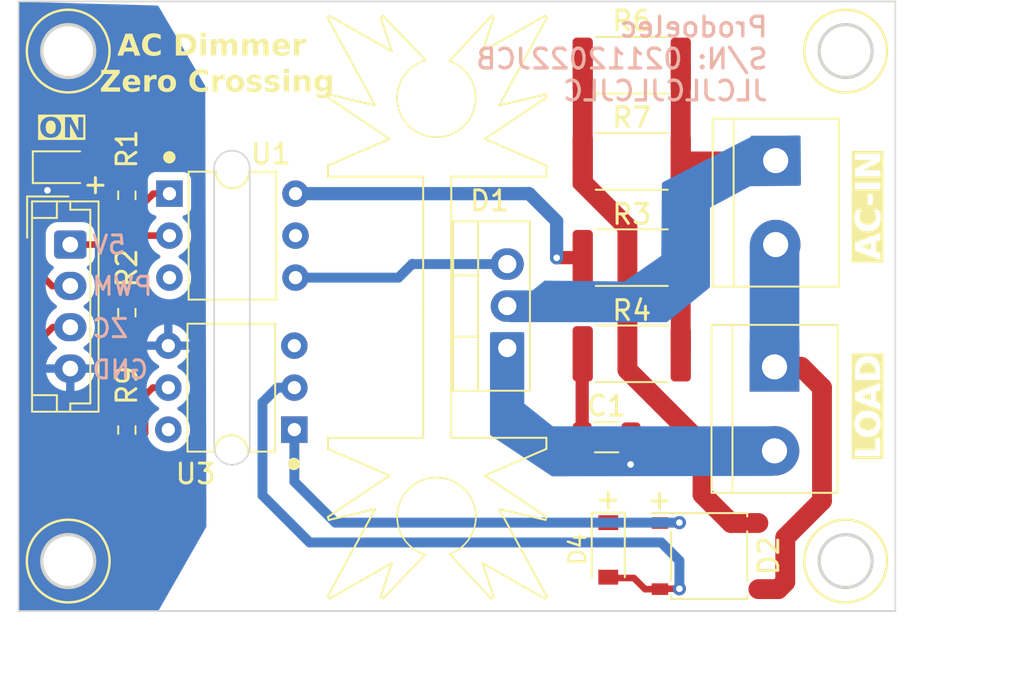
<source format=kicad_pcb>
(kicad_pcb (version 20221018) (generator pcbnew)
  (layers (0 "F.Cu" signal) (31 "B.Cu" signal) (34 "B.Paste" user) (35 "F.Paste" user) (36 "B.SilkS" user "B.Silkscreen") (37 "F.SilkS" user "F.Silkscreen") (38 "B.Mask" user) (39 "F.Mask" user) (44 "Edge.Cuts" user))
  (net 0 "")
  (net 1 "Net-(C1-Pad1)")
  (net 2 "/CARGA")
  (net 3 "/FASE")
  (net 4 "Net-(D1-G)")
  (net 5 "Net-(D2-+)")
  (net 6 "Net-(D2--)")
  (net 7 "Net-(D2-Pad4)")
  (net 8 "+5V")
  (net 9 "ZC")
  (net 10 "GND")
  (net 11 "/NEUTRO")
  (net 12 "Net-(LD1-A)")
  (net 13 "Net-(R2-Pad2)")
  (net 14 "Net-(R3-Pad1)")
  (net 19 "/PWM")
  (footprint "Package_DIP:DIP-6_W7.62mm" (layer "F.Cu") (at 147.295 85.09)
    (fp_text reference "U1" (at 6.125 -2.4) (layer "F.SilkS") (effects (font (size 1.2 1.2) (thickness 0.18))))
    (fp_text value "MOC3021M")
    (fp_line (start 1.16 -1.33) (end 1.16 6.41) (stroke (width 0.12)) (layer "F.SilkS"))
    (fp_line (start 1.16 6.41) (end 6.46 6.41) (stroke (width 0.12)) (layer "F.SilkS"))
    (fp_line (start 2.81 -1.33) (end 1.16 -1.33) (stroke (width 0.12)) (layer "F.SilkS"))
    (fp_line (start 6.46 -1.33) (end 4.81 -1.33) (stroke (width 0.12)) (layer "F.SilkS"))
    (fp_line (start 6.46 6.41) (end 6.46 -1.33) (stroke (width 0.12)) (layer "F.SilkS"))
    (fp_arc (start 4.81 -1.33) (mid 3.81 -0.33) (end 2.81 -1.33) (stroke (width 0.12)) (layer "F.SilkS"))
    (pad "1" thru_hole rect (at 0 0) (size 1.6 1.6) (drill 0.8) (layers "*.Cu" "*.Mask") (net 19 "/PWM"))
    (pad "2" thru_hole oval (at 0 2.54) (size 1.6 1.6) (drill 0.8) (layers "*.Cu" "*.Mask") (net 13 "Net-(R2-Pad2)"))
    (pad "3" thru_hole oval (at 0 5.08) (size 1.6 1.6) (drill 0.8) (layers "*.Cu" "*.Mask"))
    (pad "4" thru_hole oval (at 7.62 5.08) (size 1.6 1.6) (drill 0.8) (layers "*.Cu" "*.Mask") (net 4 "Net-(D1-G)"))
    (pad "5" thru_hole oval (at 7.62 2.54) (size 1.6 1.6) (drill 0.8) (layers "*.Cu" "*.Mask"))
    (pad "6" thru_hole oval (at 7.62 0) (size 1.6 1.6) (drill 0.8) (layers "*.Cu" "*.Mask") (net 14 "Net-(R3-Pad1)"))
  )
  (footprint "TerminalBlock:TerminalBlock_bornier-2_P5.08mm" (layer "F.Cu") (at 183.87 95.568 -90)
    (fp_text reference "J3" hide)
    (fp_text value "RESISTENCIA")
    (fp_line (start -2.54 -3.81) (end -2.54 3.81) (stroke (width 0.12)) (layer "F.SilkS"))
    (fp_line (start -2.54 3.81) (end 7.62 3.81) (stroke (width 0.12)) (layer "F.SilkS"))
    (fp_line (start 7.62 -3.81) (end -2.54 -3.81) (stroke (width 0.12)) (layer "F.SilkS"))
    (fp_line (start 7.62 2.54) (end -2.54 2.54) (stroke (width 0.12)) (layer "F.SilkS"))
    (fp_line (start 7.62 3.81) (end 7.62 -3.81) (stroke (width 0.12)) (layer "F.SilkS"))
    (pad "1" thru_hole rect (at 0 0 270) (size 3 3) (drill 1.52) (layers "*.Cu" "*.Mask") (net 11 "/NEUTRO"))
    (pad "2" thru_hole circle (at 5.08 0 270) (size 3 3) (drill 1.52) (layers "*.Cu" "*.Mask") (net 2 "/CARGA"))
  )
  (footprint "Resistor_SMD:R_2512_6332Metric" (layer "F.Cu") (at 175.24 88.96)
    (fp_text reference "R3" (at 0 -2.62) (layer "F.SilkS") (effects (font (size 1.2 1.2) (thickness 0.18))))
    (fp_text value "1K")
    (fp_line (start -2.177064 -1.71) (end 2.177064 -1.71) (stroke (width 0.12)) (layer "F.SilkS"))
    (fp_line (start -2.177064 1.71) (end 2.177064 1.71) (stroke (width 0.12)) (layer "F.SilkS"))
    (pad "1" smd roundrect (at -2.9625 0) (size 1.225 3.35) (layers "F.Cu" "F.Paste" "F.Mask") (roundrect_rratio 0.204082) (net 14 "Net-(R3-Pad1)"))
    (pad "2" smd roundrect (at 2.9625 0) (size 1.225 3.35) (layers "F.Cu" "F.Paste" "F.Mask") (roundrect_rratio 0.204082) (net 3 "/FASE"))
  )
  (footprint "LED_SMD:LED_0805_2012Metric_Pad1.15x1.40mm_HandSolder" (layer "F.Cu") (at 140.895 83.49)
    (fp_text reference "LD1" hide)
    (fp_text value "ON")
    (fp_line (start -1.86 -0.96) (end -1.86 0.96) (stroke (width 0.12)) (layer "F.SilkS"))
    (fp_line (start -1.86 0.96) (end 1 0.96) (stroke (width 0.12)) (layer "F.SilkS"))
    (fp_line (start 1 -0.96) (end -1.86 -0.96) (stroke (width 0.12)) (layer "F.SilkS"))
    (pad "1" smd roundrect (at -1.025 0) (size 1.15 1.4) (layers "F.Cu" "F.Paste" "F.Mask") (roundrect_rratio 0.217391) (net 10 "GND"))
    (pad "2" smd roundrect (at 1.025 0) (size 1.15 1.4) (layers "F.Cu" "F.Paste" "F.Mask") (roundrect_rratio 0.217391) (net 12 "Net-(LD1-A)"))
  )
  (footprint "Resistor_SMD:R_0603_1608Metric" (layer "F.Cu") (at 144.72 92.29 90)
    (fp_text reference "R2" (at 2.7 0 90) (layer "F.SilkS") (effects (font (size 1.2 1.2) (thickness 0.18))))
    (fp_text value "220")
    (fp_line (start -0.237258 -0.5225) (end 0.237258 -0.5225) (stroke (width 0.12)) (layer "F.SilkS"))
    (fp_line (start -0.237258 0.5225) (end 0.237258 0.5225) (stroke (width 0.12)) (layer "F.SilkS"))
    (pad "1" smd roundrect (at -0.825 0 90) (size 0.8 0.95) (layers "F.Cu" "F.Paste" "F.Mask") (net 10 "GND"))
    (pad "2" smd roundrect (at 0.825 0 90) (size 0.8 0.95) (layers "F.Cu" "F.Paste" "F.Mask") (net 13 "Net-(R2-Pad2)"))
  )
  (footprint "Resistor_SMD:R_0603_1608Metric" (layer "F.Cu") (at 144.72 85.19 90)
    (fp_text reference "R1" (at 2.8 0 90) (layer "F.SilkS") (effects (font (size 1.2 1.2) (thickness 0.18))))
    (fp_text value "1K")
    (fp_line (start -0.237258 -0.5225) (end 0.237258 -0.5225) (stroke (width 0.12)) (layer "F.SilkS"))
    (fp_line (start -0.237258 0.5225) (end 0.237258 0.5225) (stroke (width 0.12)) (layer "F.SilkS"))
    (pad "1" smd roundrect (at -0.825 0 90) (size 0.8 0.95) (layers "F.Cu" "F.Paste" "F.Mask") (net 19 "/PWM"))
    (pad "2" smd roundrect (at 0.825 0 90) (size 0.8 0.95) (layers "F.Cu" "F.Paste" "F.Mask") (net 12 "Net-(LD1-A)"))
  )
  (footprint "Package_TO_SOT_THT:TO-220-3_Vertical" (layer "F.Cu") (at 167.715 94.43 90)
    (fp_text reference "D1" (at 8.915 -1.075) (layer "F.SilkS") (effects (font (size 1.2 1.2) (thickness 0.18))))
    (fp_text value "BTB10-800CWRG")
    (fp_line (start -2.58 -3.27) (end -2.58 1.371) (stroke (width 0.12)) (layer "F.SilkS"))
    (fp_line (start -2.58 -3.27) (end 7.66 -3.27) (stroke (width 0.12)) (layer "F.SilkS"))
    (fp_line (start -2.58 -1.76) (end 7.66 -1.76) (stroke (width 0.12)) (layer "F.SilkS"))
    (fp_line (start -2.58 1.371) (end 7.66 1.371) (stroke (width 0.12)) (layer "F.SilkS"))
    (fp_line (start 0.69 -3.27) (end 0.69 -1.76) (stroke (width 0.12)) (layer "F.SilkS"))
    (fp_line (start 4.391 -3.27) (end 4.391 -1.76) (stroke (width 0.12)) (layer "F.SilkS"))
    (fp_line (start 7.66 -3.27) (end 7.66 1.371) (stroke (width 0.12)) (layer "F.SilkS"))
    (pad "1" thru_hole rect (at 0 0 90) (size 1.905 2) (drill 1.1) (layers "*.Cu" "*.Mask") (net 2 "/CARGA"))
    (pad "2" thru_hole oval (at 2.54 0 90) (size 1.905 2) (drill 1.1) (layers "*.Cu" "*.Mask") (net 3 "/FASE"))
    (pad "3" thru_hole oval (at 5.08 0 90) (size 1.905 2) (drill 1.1) (layers "*.Cu" "*.Mask") (net 4 "Net-(D1-G)"))
  )
  (footprint "Connector_JST:JST_EH_B4B-EH-A_1x04_P2.50mm_Vertical" (layer "F.Cu") (at 141.3 88.17 -90)
    (fp_text reference "J1" hide)
    (fp_text value "Conn_01x04")
    (fp_line (start -2.91 0.11) (end -2.91 2.61) (stroke (width 0.12)) (layer "F.SilkS"))
    (fp_line (start -2.91 2.61) (end -0.41 2.61) (stroke (width 0.12)) (layer "F.SilkS"))
    (fp_line (start -2.61 -1.71) (end -2.61 2.31) (stroke (width 0.12)) (layer "F.SilkS"))
    (fp_line (start -2.61 0) (end -2.11 0) (stroke (width 0.12)) (layer "F.SilkS"))
    (fp_line (start -2.61 0.81) (end -1.61 0.81) (stroke (width 0.12)) (layer "F.SilkS"))
    (fp_line (start -2.61 2.31) (end 10.11 2.31) (stroke (width 0.12)) (layer "F.SilkS"))
    (fp_line (start -2.11 -1.21) (end 9.61 -1.21) (stroke (width 0.12)) (layer "F.SilkS"))
    (fp_line (start -2.11 0) (end -2.11 -1.21) (stroke (width 0.12)) (layer "F.SilkS"))
    (fp_line (start -1.61 0.81) (end -1.61 2.31) (stroke (width 0.12)) (layer "F.SilkS"))
    (fp_line (start 9.11 0.81) (end 9.11 2.31) (stroke (width 0.12)) (layer "F.SilkS"))
    (fp_line (start 9.61 -1.21) (end 9.61 0) (stroke (width 0.12)) (layer "F.SilkS"))
    (fp_line (start 9.61 0) (end 10.11 0) (stroke (width 0.12)) (layer "F.SilkS"))
    (fp_line (start 10.11 -1.71) (end -2.61 -1.71) (stroke (width 0.12)) (layer "F.SilkS"))
    (fp_line (start 10.11 0.81) (end 9.11 0.81) (stroke (width 0.12)) (layer "F.SilkS"))
    (fp_line (start 10.11 2.31) (end 10.11 -1.71) (stroke (width 0.12)) (layer "F.SilkS"))
    (pad "1" thru_hole roundrect (at 0 0 270) (size 1.7 1.95) (drill 0.95) (layers "*.Cu" "*.Mask") (roundrect_rratio 0.147059) (net 8 "+5V"))
    (pad "2" thru_hole oval (at 2.5 0 270) (size 1.7 1.95) (drill 0.95) (layers "*.Cu" "*.Mask") (net 19 "/PWM"))
    (pad "3" thru_hole oval (at 5 0 270) (size 1.7 1.95) (drill 0.95) (layers "*.Cu" "*.Mask") (net 9 "ZC"))
    (pad "4" thru_hole oval (at 7.5 0 270) (size 1.7 1.95) (drill 0.95) (layers "*.Cu" "*.Mask") (net 10 "GND"))
  )
  (footprint "Diode_SMD:Diode_Bridge_Diotec_ABS" (layer "F.Cu") (at 179.92 107.014)
    (fp_text reference "D2" (at 3.6 -0.024 -90) (layer "F.SilkS") (effects (font (size 1.2 1.2) (thickness 0.18))))
    (fp_text value "ABS8")
    (fp_line (start -2.3 1.5) (end -2.3 -1.5) (stroke (width 0.12)) (layer "F.SilkS"))
    (fp_line (start -2.3 2.6) (end -2.3 2.4) (stroke (width 0.12)) (layer "F.SilkS"))
    (fp_line (start 2.3 -2.6) (end -3.5 -2.6) (stroke (width 0.12)) (layer "F.SilkS"))
    (fp_line (start 2.3 -2.4) (end 2.3 -2.6) (stroke (width 0.12)) (layer "F.SilkS"))
    (fp_line (start 2.3 -1.5) (end 2.3 1.5) (stroke (width 0.12)) (layer "F.SilkS"))
    (fp_line (start 2.3 2.4) (end 2.3 2.6) (stroke (width 0.12)) (layer "F.SilkS"))
    (fp_line (start 2.3 2.6) (end -2.3 2.6) (stroke (width 0.12)) (layer "F.SilkS"))
    (pad "1" smd rect (at -2.975 -2) (size 1 0.7) (layers "F.Cu" "F.Paste" "F.Mask") (net 5 "Net-(D2-+)"))
    (pad "2" smd rect (at -2.975 2) (size 1 0.7) (layers "F.Cu" "F.Paste" "F.Mask") (net 6 "Net-(D2--)"))
    (pad "3" smd rect (at 2.975 2) (size 1 0.7) (layers "F.Cu" "F.Paste" "F.Mask") (net 11 "/NEUTRO"))
    (pad "4" smd rect (at 2.975 -2) (size 1 0.7) (layers "F.Cu" "F.Paste" "F.Mask") (net 7 "Net-(D2-Pad4)"))
  )
  (footprint "Heatsink:Heatsink_Fischer_SK104-STC-STIC_35x13mm" (layer "F.Cu") (at 163.48 91.96 90)
    (fp_text reference "HS1" hide)
    (fp_text value "Heatsink")
    (fp_line (start -17.64 3.27) (end -14.94 0.76) (stroke (width 0.12)) (layer "F.SilkS"))
    (fp_line (start -17.63 -6.51) (end -15.48 -2.74) (stroke (width 0.12)) (layer "F.SilkS"))
    (fp_line (start -17.63 6.51) (end -15.48 2.74) (stroke (width 0.12)) (layer "F.SilkS"))
    (fp_line (start -17.62 -3.27) (end -14.96 -0.72) (stroke (width 0.12)) (layer "F.SilkS"))
    (fp_line (start -17.53 -3.42) (end -17.62 -3.27) (stroke (width 0.12)) (layer "F.SilkS"))
    (fp_line (start -17.53 3.42) (end -17.62 3.27) (stroke (width 0.12)) (layer "F.SilkS"))
    (fp_line (start -17.51 -6.63) (end -17.63 -6.51) (stroke (width 0.12)) (layer "F.SilkS"))
    (fp_line (start -17.51 6.63) (end -17.63 6.51) (stroke (width 0.12)) (layer "F.SilkS"))
    (fp_line (start -15.48 -2.74) (end -17.53 -3.42) (stroke (width 0.12)) (layer "F.SilkS"))
    (fp_line (start -15.48 2.74) (end -17.53 3.42) (stroke (width 0.12)) (layer "F.SilkS"))
    (fp_line (start -12.87 -6.55) (end -12.21 -3.75) (stroke (width 0.12)) (layer "F.SilkS"))
    (fp_line (start -12.87 6.55) (end -12.21 3.75) (stroke (width 0.12)) (layer "F.SilkS"))
    (fp_line (start -12.69 -6.61) (end -12.87 -6.55) (stroke (width 0.12)) (layer "F.SilkS"))
    (fp_line (start -12.69 6.61) (end -12.87 6.55) (stroke (width 0.12)) (layer "F.SilkS"))
    (fp_line (start -12.21 -3.75) (end -17.51 -6.63) (stroke (width 0.12)) (layer "F.SilkS"))
    (fp_line (start -12.21 3.75) (end -17.51 6.63) (stroke (width 0.12)) (layer "F.SilkS"))
    (fp_line (start -10.19 -2.89) (end -12.69 -6.61) (stroke (width 0.12)) (layer "F.SilkS"))
    (fp_line (start -10.19 2.89) (end -12.69 6.61) (stroke (width 0.12)) (layer "F.SilkS"))
    (fp_line (start -8.57 -6.6) (end -10.18 -2.89) (stroke (width 0.12)) (layer "F.SilkS"))
    (fp_line (start -8.57 6.6) (end -10.18 2.89) (stroke (width 0.12)) (layer "F.SilkS"))
    (fp_line (start -7.9 -6.6) (end -8.57 -6.6) (stroke (width 0.12)) (layer "F.SilkS"))
    (fp_line (start -7.9 -0.85) (end -7.9 -6.6) (stroke (width 0.12)) (layer "F.SilkS"))
    (fp_line (start -7.9 0.85) (end -7.9 6.6) (stroke (width 0.12)) (layer "F.SilkS"))
    (fp_line (start -7.9 6.6) (end -8.57 6.6) (stroke (width 0.12)) (layer "F.SilkS"))
    (fp_line (start 0 -0.85) (end -7.9 -0.85) (stroke (width 0.12)) (layer "F.SilkS"))
    (fp_line (start 0 -0.85) (end 7.9 -0.85) (stroke (width 0.12)) (layer "F.SilkS"))
    (fp_line (start 0 0.85) (end -7.9 0.85) (stroke (width 0.12)) (layer "F.SilkS"))
    (fp_line (start 0 0.85) (end 7.9 0.85) (stroke (width 0.12)) (layer "F.SilkS"))
    (fp_line (start 7.9 -6.6) (end 8.57 -6.6) (stroke (width 0.12)) (layer "F.SilkS"))
    (fp_line (start 7.9 -0.85) (end 7.9 -6.6) (stroke (width 0.12)) (layer "F.SilkS"))
    (fp_line (start 7.9 0.85) (end 7.9 6.6) (stroke (width 0.12)) (layer "F.SilkS"))
    (fp_line (start 7.9 6.6) (end 8.57 6.6) (stroke (width 0.12)) (layer "F.SilkS"))
    (fp_line (start 8.57 -6.6) (end 10.18 -2.89) (stroke (width 0.12)) (layer "F.SilkS"))
    (fp_line (start 8.57 6.6) (end 10.18 2.89) (stroke (width 0.12)) (layer "F.SilkS"))
    (fp_line (start 10.19 -2.89) (end 12.69 -6.61) (stroke (width 0.12)) (layer "F.SilkS"))
    (fp_line (start 10.19 2.89) (end 12.69 6.61) (stroke (width 0.12)) (layer "F.SilkS"))
    (fp_line (start 12.21 -3.75) (end 17.51 -6.63) (stroke (width 0.12)) (layer "F.SilkS"))
    (fp_line (start 12.21 3.75) (end 17.51 6.63) (stroke (width 0.12)) (layer "F.SilkS"))
    (fp_line (start 12.69 -6.61) (end 12.87 -6.55) (stroke (width 0.12)) (layer "F.SilkS"))
    (fp_line (start 12.69 6.61) (end 12.87 6.55) (stroke (width 0.12)) (layer "F.SilkS"))
    (fp_line (start 12.87 -6.55) (end 12.21 -3.75) (stroke (width 0.12)) (layer "F.SilkS"))
    (fp_line (start 12.87 6.55) (end 12.21 3.75) (stroke (width 0.12)) (layer "F.SilkS"))
    (fp_line (start 15.48 -2.74) (end 17.53 -3.42) (stroke (width 0.12)) (layer "F.SilkS"))
    (fp_line (start 15.48 2.74) (end 17.53 3.42) (stroke (width 0.12)) (layer "F.SilkS"))
    (fp_line (start 17.51 -6.63) (end 17.63 -6.51) (stroke (width 0.12)) (layer "F.SilkS"))
    (fp_line (start 17.51 6.63) (end 17.63 6.51) (stroke (width 0.12)) (layer "F.SilkS"))
    (fp_line (start 17.53 -3.42) (end 17.62 -3.27) (stroke (width 0.12)) (layer "F.SilkS"))
    (fp_line (start 17.53 3.42) (end 17.62 3.27) (stroke (width 0.12)) (layer "F.SilkS"))
    (fp_line (start 17.62 -3.27) (end 14.94644 -0.69148) (stroke (width 0.12)) (layer "F.SilkS"))
    (fp_line (start 17.62 3.27) (end 14.89644 0.74852) (stroke (width 0.12)) (layer "F.SilkS"))
    (fp_line (start 17.63 -6.51) (end 15.48 -2.74) (stroke (width 0.12)) (layer "F.SilkS"))
    (fp_line (start 17.63 6.51) (end 15.48 2.74) (stroke (width 0.12)) (layer "F.SilkS"))
    (fp_arc (start -14.96 -0.72) (mid -10.304758 -0.105277) (end -14.92 0.76) (stroke (width 0.1)) (layer "F.SilkS"))
    (fp_arc (start 14.89644 0.74852) (mid 10.28671 -0.132404) (end 14.94644 -0.69148) (stroke (width 0.1)) (layer "F.SilkS"))
  )
  (footprint "Package_DIP:DIP-6_W7.62mm" (layer "F.Cu") (at 154.845 99.365 180)
    (fp_text reference "U3" (at 5.975 -2.675) (layer "F.SilkS") (effects (font (size 1.2 1.2) (thickness 0.18))))
    (fp_text value "4N25")
    (fp_line (start 1.16 -1.33) (end 1.16 6.41) (stroke (width 0.12)) (layer "F.SilkS"))
    (fp_line (start 1.16 6.41) (end 6.46 6.41) (stroke (width 0.12)) (layer "F.SilkS"))
    (fp_line (start 2.81 -1.33) (end 1.16 -1.33) (stroke (width 0.12)) (layer "F.SilkS"))
    (fp_line (start 6.46 -1.33) (end 4.81 -1.33) (stroke (width 0.12)) (layer "F.SilkS"))
    (fp_line (start 6.46 6.41) (end 6.46 -1.33) (stroke (width 0.12)) (layer "F.SilkS"))
    (fp_arc (start 4.81 -1.33) (mid 3.81 -0.33) (end 2.81 -1.33) (stroke (width 0.12)) (layer "F.SilkS"))
    (pad "1" thru_hole rect (at 0 0 180) (size 1.6 1.6) (drill 0.8) (layers "*.Cu" "*.Mask") (net 5 "Net-(D2-+)"))
    (pad "2" thru_hole oval (at 0 2.54 180) (size 1.6 1.6) (drill 0.8) (layers "*.Cu" "*.Mask") (net 6 "Net-(D2--)"))
    (pad "3" thru_hole oval (at 0 5.08 180) (size 1.6 1.6) (drill 0.8) (layers "*.Cu" "*.Mask"))
    (pad "4" thru_hole oval (at 7.62 5.08 180) (size 1.6 1.6) (drill 0.8) (layers "*.Cu" "*.Mask") (net 10 "GND"))
    (pad "5" thru_hole oval (at 7.62 2.54 180) (size 1.6 1.6) (drill 0.8) (layers "*.Cu" "*.Mask") (net 9 "ZC"))
    (pad "6" thru_hole oval (at 7.62 0 180) (size 1.6 1.6) (drill 0.8) (layers "*.Cu" "*.Mask"))
  )
  (footprint "Resistor_SMD:R_0603_1608Metric" (layer "F.Cu") (at 144.72 99.39 90)
    (fp_text reference "R9" (at 2.7 0 90) (layer "F.SilkS") (effects (font (size 1.2 1.2) (thickness 0.18))))
    (fp_text value "10K")
    (fp_line (start -0.237258 -0.5225) (end 0.237258 -0.5225) (stroke (width 0.12)) (layer "F.SilkS"))
    (fp_line (start -0.237258 0.5225) (end 0.237258 0.5225) (stroke (width 0.12)) (layer "F.SilkS"))
    (pad "1" smd roundrect (at -0.825 0 90) (size 0.8 0.95) (layers "F.Cu" "F.Paste" "F.Mask") (net 9 "ZC"))
    (pad "2" smd roundrect (at 0.825 0 90) (size 0.8 0.95) (layers "F.Cu" "F.Paste" "F.Mask") (net 8 "+5V"))
  )
  (footprint "Capacitor_SMD:C_1206_3216Metric" (layer "F.Cu") (at 173.72 99.826)
    (fp_text reference "C1" (at 0 -1.896) (layer "F.SilkS") (effects (font (size 1.2 1.2) (thickness 0.18))))
    (fp_text value "10nF/400V")
    (fp_line (start -0.711252 -0.91) (end 0.711252 -0.91) (stroke (width 0.12)) (layer "F.SilkS"))
    (fp_line (start -0.711252 0.91) (end 0.711252 0.91) (stroke (width 0.12)) (layer "F.SilkS"))
    (pad "1" smd roundrect (at -1.475 0) (size 1.15 1.8) (layers "F.Cu" "F.Paste" "F.Mask") (roundrect_rratio 0.217391) (net 1 "Net-(C1-Pad1)"))
    (pad "2" smd roundrect (at 1.475 0) (size 1.15 1.8) (layers "F.Cu" "F.Paste" "F.Mask") (roundrect_rratio 0.217391) (net 2 "/CARGA"))
  )
  (footprint "Resistor_SMD:R_2512_6332Metric" (layer "F.Cu") (at 175.24 94.778)
    (fp_text reference "R4" (at 0 -2.62) (layer "F.SilkS") (effects (font (size 1.2 1.2) (thickness 0.18))))
    (fp_text value "39 *")
    (fp_line (start -2.177064 -1.71) (end 2.177064 -1.71) (stroke (width 0.12)) (layer "F.SilkS"))
    (fp_line (start -2.177064 1.71) (end 2.177064 1.71) (stroke (width 0.12)) (layer "F.SilkS"))
    (pad "1" smd roundrect (at -2.9625 0) (size 1.225 3.35) (layers "F.Cu" "F.Paste" "F.Mask") (roundrect_rratio 0.204082) (net 1 "Net-(C1-Pad1)"))
    (pad "2" smd roundrect (at 2.9625 0) (size 1.225 3.35) (layers "F.Cu" "F.Paste" "F.Mask") (roundrect_rratio 0.204082) (net 3 "/FASE"))
  )
  (footprint "TerminalBlock:TerminalBlock_bornier-2_P5.08mm" (layer "F.Cu") (at 183.94 83.09 -90)
    (fp_text reference "J2" hide)
    (fp_text value "IN_AC")
    (fp_line (start -2.54 -3.81) (end -2.54 3.81) (stroke (width 0.12)) (layer "F.SilkS"))
    (fp_line (start -2.54 3.81) (end 7.62 3.81) (stroke (width 0.12)) (layer "F.SilkS"))
    (fp_line (start 7.62 -3.81) (end -2.54 -3.81) (stroke (width 0.12)) (layer "F.SilkS"))
    (fp_line (start 7.62 2.54) (end -2.54 2.54) (stroke (width 0.12)) (layer "F.SilkS"))
    (fp_line (start 7.62 3.81) (end 7.62 -3.81) (stroke (width 0.12)) (layer "F.SilkS"))
    (pad "1" thru_hole rect (at 0 0 270) (size 3 3) (drill 1.52) (layers "*.Cu" "*.Mask") (net 3 "/FASE"))
    (pad "2" thru_hole circle (at 5.08 0 270) (size 3 3) (drill 1.52) (layers "*.Cu" "*.Mask") (net 11 "/NEUTRO"))
  )
  (footprint "Resistor_SMD:R_2512_6332Metric" (layer "F.Cu") (at 175.24 77.324)
    (fp_text reference "R6" (at 0 -2.684 180) (layer "F.SilkS") (effects (font (size 1.2 1.2) (thickness 0.18))))
    (fp_text value "120K")
    (fp_line (start -2.177064 -1.71) (end 2.177064 -1.71) (stroke (width 0.12)) (layer "F.SilkS"))
    (fp_line (start -2.177064 1.71) (end 2.177064 1.71) (stroke (width 0.12)) (layer "F.SilkS"))
    (pad "1" smd roundrect (at -2.9625 0) (size 1.225 3.35) (layers "F.Cu" "F.Paste" "F.Mask") (roundrect_rratio 0.204082) (net 7 "Net-(D2-Pad4)"))
    (pad "2" smd roundrect (at 2.9625 0) (size 1.225 3.35) (layers "F.Cu" "F.Paste" "F.Mask") (roundrect_rratio 0.204082) (net 3 "/FASE"))
  )
  (footprint "Resistor_SMD:R_2512_6332Metric" (layer "F.Cu") (at 175.24 83.142)
    (fp_text reference "R7" (at 0 -2.652) (layer "F.SilkS") (effects (font (size 1.2 1.2) (thickness 0.18))))
    (fp_text value "120K")
    (fp_line (start -2.177064 -1.71) (end 2.177064 -1.71) (stroke (width 0.12)) (layer "F.SilkS"))
    (fp_line (start -2.177064 1.71) (end 2.177064 1.71) (stroke (width 0.12)) (layer "F.SilkS"))
    (pad "1" smd roundrect (at -2.9625 0) (size 1.225 3.35) (layers "F.Cu" "F.Paste" "F.Mask") (roundrect_rratio 0.204082) (net 7 "Net-(D2-Pad4)"))
    (pad "2" smd roundrect (at 2.9625 0) (size 1.225 3.35) (layers "F.Cu" "F.Paste" "F.Mask") (roundrect_rratio 0.204082) (net 3 "/FASE"))
  )
  (footprint "Diode_SMD:D_SOD-123" (layer "F.Cu") (at 173.82 106.64 -90)
    (fp_text reference "D4" (at -0.05 1.85 -90) (layer "F.SilkS"))
    (fp_text value "MMSZ4684-TP")
    (fp_line (start -2.25 -1) (end -2.25 1) (stroke (width 0.12)) (layer "F.SilkS"))
    (fp_line (start -2.25 -1) (end 1.65 -1) (stroke (width 0.12)) (layer "F.SilkS"))
    (fp_line (start -2.25 1) (end 1.65 1) (stroke (width 0.12)) (layer "F.SilkS"))
    (pad "1" smd rect (at -1.65 0 270) (size 0.9 1.2) (layers "F.Cu" "F.Paste" "F.Mask") (net 5 "Net-(D2-+)"))
    (pad "2" smd rect (at 1.65 0 270) (size 0.9 1.2) (layers "F.Cu" "F.Paste" "F.Mask") (net 6 "Net-(D2--)"))
  )
  (gr_circle (center 147.29 82.89) (end 147.59 82.89) (stroke (width 0.15)) (fill solid) (layer "F.SilkS"))
  (gr_circle (center 154.82 101.44) (end 155.12 101.44) (stroke (width 0.15)) (fill solid) (layer "F.SilkS"))
  (gr_circle (center 141.175 107.316) (end 143.675 107.316) (stroke (width 0.15)) (fill none) (layer "F.SilkS"))
  (gr_circle (center 188.17 76.465) (end 190.67 76.465) (stroke (width 0.15)) (fill none) (layer "F.SilkS"))
  (gr_circle (center 188.17 107.316) (end 190.67 107.316) (stroke (width 0.15)) (fill none) (layer "F.SilkS"))
  (gr_circle (center 141.175 76.465) (end 143.675 76.465) (stroke (width 0.15)) (fill none) (layer "F.SilkS"))
  (gr_arc (start 150 83.565) (mid 151.075 82.490247) (end 152.15 83.565) (stroke (width 0.1)) (layer "Edge.Cuts"))
  (gr_line (start 150 100.415) (end 150 83.565) (stroke (width 0.1)) (layer "Edge.Cuts"))
  (gr_circle (center 188.17 76.465) (end 189.77 76.465) (stroke (width 0.2)) (fill none) (layer "Edge.Cuts"))
  (gr_circle (center 188.17 107.316) (end 189.77 107.316) (stroke (width 0.2)) (fill none) (layer "Edge.Cuts"))
  (gr_circle (center 141.175 76.465) (end 142.775 76.465) (stroke (width 0.2)) (fill none) (layer "Edge.Cuts"))
  (gr_circle (center 141.175 107.316) (end 142.775 107.316) (stroke (width 0.2)) (fill none) (layer "Edge.Cuts"))
  (gr_line (start 152.15 83.565) (end 152.15 100.415) (stroke (width 0.1)) (layer "Edge.Cuts"))
  (gr_rect (start 138.175 73.465) (end 191.175 110.34) (stroke (width 0.1)) (fill none) (layer "Edge.Cuts"))
  (gr_arc (start 152.15 100.415) (mid 151.075 101.49) (end 150 100.415) (stroke (width 0.1)) (layer "Edge.Cuts"))
  (gr_text "Prodoelec\nS/N: 02112022JCB\nJLCJLCJLCJLC\n" (at 183.57 76.94) (layer "B.SilkS") (effects (font (size 1.2 1.2) (thickness 0.2)) (justify left mirror)))
  (gr_text "ZC" (at 143.717619 93.24) (layer "B.SilkS") (effects (font (size 1.1 1.1) (thickness 0.18)) (justify mirror)))
  (gr_text "PWM" (at 144.450953 90.69) (layer "B.SilkS") (effects (font (size 1.1 1.1) (thickness 0.18)) (justify mirror)))
  (gr_text "GND" (at 144.32 95.74) (layer "B.SilkS") (effects (font (size 1.1 1.1) (thickness 0.18)) (justify mirror)))
  (gr_text "5V" (at 143.639048 88.19) (layer "B.SilkS") (effects (font (size 1.1 1.1) (thickness 0.18)) (justify mirror)))
  (gr_text "LOAD" (at 190.52 97.99 90) (layer "F.SilkS" knockout) (effects (font (size 1.5 1.5) (thickness 0.24) bold) (justify bottom)))
  (gr_text "AC Dimmer \nZero Crossing" (at 150.17 77.29) (layer "F.SilkS") (effects (font (size 1.3 1.3) (thickness 0.24) bold)))
  (gr_text "+" (at 176.92 103.59) (layer "F.SilkS") (effects (font (size 1.2 1.2) (thickness 0.18))))
  (gr_text "AC-IN" (at 190.52 85.79 90) (layer "F.SilkS" knockout) (effects (font (size 1.5 1.5) (thickness 0.24) bold) (justify bottom)))
  (gr_text "+" (at 173.82 103.54) (layer "F.SilkS") (effects (font (size 1.2 1.2) (thickness 0.18))))
  (gr_text "+" (at 142.82 84.49) (layer "F.SilkS") (effects (font (size 1.2 1.2) (thickness 0.18))))
  (gr_text "ON" (at 140.82 81.89) (layer "F.SilkS" knockout) (effects (font (size 1.2 1.2) (thickness 0.24) bold) (justify bottom)))
  (segment (start 172.245 99.826) (end 172.245 94.8105) (width 0.8) (layer "F.Cu") (net 1))
  (segment (start 172.245 94.8105) (end 172.2775 94.778) (width 0.8) (layer "F.Cu") (net 1))
  (segment (start 175.195 101.445) (end 175.17 101.47) (width 0.8) (layer "F.Cu") (net 2))
  (segment (start 175.195 99.826) (end 175.195 101.445) (width 0.8) (layer "F.Cu") (net 2))
  (via (at 175.17 101.47) (size 0.8) (drill 0.4) (layers "F.Cu" "B.Cu") (net 2))
  (segment (start 178.2025 88.96) (end 178.2025 83.142) (width 1.2) (layer "F.Cu") (net 3))
  (segment (start 178.2025 83.142) (end 183.888 83.142) (width 1.2) (layer "F.Cu") (net 3))
  (segment (start 178.2025 83.142) (end 178.2025 77.324) (width 1.2) (layer "F.Cu") (net 3))
  (segment (start 178.2025 94.778) (end 178.2025 88.96) (width 1.2) (layer "F.Cu") (net 3))
  (segment (start 183.888 83.142) (end 183.94 83.09) (width 1.2) (layer "F.Cu") (net 3))
  (segment (start 161.98 89.35) (end 167.715 89.35) (width 0.6) (layer "B.Cu") (net 4))
  (segment (start 161.14 90.17) (end 161.97 89.34) (width 0.6) (layer "B.Cu") (net 4))
  (segment (start 161.97 89.34) (end 161.98 89.35) (width 0.6) (layer "B.Cu") (net 4))
  (segment (start 154.915 90.17) (end 161.14 90.17) (width 0.6) (layer "B.Cu") (net 4))
  (segment (start 178.12 104.99) (end 176.969 104.99) (width 0.4) (layer "F.Cu") (net 5))
  (segment (start 173.82 104.99) (end 176.921 104.99) (width 0.4) (layer "F.Cu") (net 5))
  (segment (start 176.969 104.99) (end 176.945 105.014) (width 0.4) (layer "F.Cu") (net 5))
  (segment (start 176.921 104.99) (end 176.945 105.014) (width 0.4) (layer "F.Cu") (net 5))
  (via (at 178.12 104.99) (size 0.8) (drill 0.4) (layers "F.Cu" "B.Cu") (net 5))
  (segment (start 157.322 104.99) (end 154.845 102.513) (width 0.6) (layer "B.Cu") (net 5))
  (segment (start 178.12 104.99) (end 157.322 104.99) (width 0.6) (layer "B.Cu") (net 5))
  (segment (start 154.845 102.513) (end 154.845 99.365) (width 0.6) (layer "B.Cu") (net 5))
  (segment (start 175.37 108.34) (end 176.044 109.014) (width 0.4) (layer "F.Cu") (net 6))
  (segment (start 176.969 108.99) (end 176.945 109.014) (width 0.4) (layer "F.Cu") (net 6))
  (segment (start 176.044 109.014) (end 176.945 109.014) (width 0.4) (layer "F.Cu") (net 6))
  (segment (start 178.12 108.99) (end 176.969 108.99) (width 0.4) (layer "F.Cu") (net 6))
  (segment (start 173.87 108.34) (end 175.37 108.34) (width 0.4) (layer "F.Cu") (net 6))
  (segment (start 173.82 108.29) (end 173.87 108.34) (width 0.4) (layer "F.Cu") (net 6))
  (via (at 178.12 108.99) (size 0.8) (drill 0.4) (layers "F.Cu" "B.Cu") (net 6))
  (segment (start 178.12 107.29) (end 177.02 106.19) (width 0.6) (layer "B.Cu") (net 6))
  (segment (start 177.02 106.19) (end 155.77 106.19) (width 0.6) (layer "B.Cu") (net 6))
  (segment (start 153.8124 96.825) (end 154.845 96.825) (width 0.6) (layer "B.Cu") (net 6))
  (segment (start 152.92 103.34) (end 152.92 97.7174) (width 0.6) (layer "B.Cu") (net 6))
  (segment (start 152.92 97.7174) (end 153.8124 96.825) (width 0.6) (layer "B.Cu") (net 6))
  (segment (start 178.12 108.99) (end 178.12 107.29) (width 0.6) (layer "B.Cu") (net 6))
  (segment (start 155.77 106.19) (end 152.92 103.34) (width 0.6) (layer "B.Cu") (net 6))
  (segment (start 172.2775 77.324) (end 172.2775 83.142) (width 1.2) (layer "F.Cu") (net 7))
  (segment (start 174.98 95.75) (end 174.98 87.13) (width 1.2) (layer "F.Cu") (net 7))
  (segment (start 174.98 87.13) (end 172.2775 84.4275) (width 1.2) (layer "F.Cu") (net 7))
  (segment (start 182.895 105.014) (end 181.244 105.014) (width 1.2) (layer "F.Cu") (net 7))
  (segment (start 172.2775 84.4275) (end 172.2775 83.142) (width 1.2) (layer "F.Cu") (net 7))
  (segment (start 181.244 105.014) (end 179.52 103.29) (width 1.2) (layer "F.Cu") (net 7))
  (segment (start 179.52 100.29) (end 174.98 95.75) (width 1.2) (layer "F.Cu") (net 7))
  (segment (start 179.52 103.29) (end 179.52 100.29) (width 1.2) (layer "F.Cu") (net 7))
  (segment (start 144.72 96.73) (end 143.38 95.39) (width 0.4) (layer "F.Cu") (net 8))
  (segment (start 144.72 98.565) (end 144.72 96.73) (width 0.4) (layer "F.Cu") (net 8))
  (segment (start 143.38 88.61) (end 143.38 95.39) (width 0.4) (layer "F.Cu") (net 8))
  (segment (start 141.3 88.17) (end 142.94 88.17) (width 0.4) (layer "F.Cu") (net 8))
  (segment (start 142.94 88.17) (end 143.38 88.61) (width 0.4) (layer "F.Cu") (net 8))
  (segment (start 140.545 100.215) (end 144.72 100.215) (width 0.4) (layer "F.Cu") (net 9))
  (segment (start 145.82 99.59) (end 145.82 97.29) (width 0.4) (layer "F.Cu") (net 9))
  (segment (start 145.82 97.29) (end 146.285 96.825) (width 0.4) (layer "F.Cu") (net 9))
  (segment (start 145.195 100.215) (end 145.82 99.59) (width 0.4) (layer "F.Cu") (net 9))
  (segment (start 146.285 96.825) (end 147.225 96.825) (width 0.4) (layer "F.Cu") (net 9))
  (segment (start 139.52 93.89) (end 139.52 99.19) (width 0.4) (layer "F.Cu") (net 9))
  (segment (start 141.3 93.17) (end 140.24 93.17) (width 0.4) (layer "F.Cu") (net 9))
  (segment (start 140.24 93.17) (end 139.52 93.89) (width 0.4) (layer "F.Cu") (net 9))
  (segment (start 139.52 99.19) (end 140.545 100.215) (width 0.4) (layer "F.Cu") (net 9))
  (segment (start 144.72 100.215) (end 145.195 100.215) (width 0.4) (layer "F.Cu") (net 9))
  (segment (start 139.92 84.89) (end 139.92 83.54) (width 0.4) (layer "F.Cu") (net 10))
  (segment (start 139.92 83.54) (end 139.87 83.49) (width 0.4) (layer "F.Cu") (net 10))
  (segment (start 145.115 94.285) (end 144.72 93.89) (width 0.4) (layer "F.Cu") (net 10))
  (segment (start 147.225 94.285) (end 145.115 94.285) (width 0.4) (layer "F.Cu") (net 10))
  (segment (start 144.72 93.89) (end 144.72 93.115) (width 0.4) (layer "F.Cu") (net 10))
  (via (at 139.92 84.89) (size 0.8) (drill 0.4) (layers "F.Cu" "B.Cu") (net 10))
  (segment (start 185.488 95.568) (end 183.87 95.568) (width 1.2) (layer "F.Cu") (net 11))
  (segment (start 184.52 105.89) (end 186.74 103.67) (width 1.2) (layer "F.Cu") (net 11))
  (segment (start 186.74 103.67) (end 186.74 96.82) (width 1.2) (layer "F.Cu") (net 11))
  (segment (start 186.74 96.82) (end 185.488 95.568) (width 1.2) (layer "F.Cu") (net 11))
  (segment (start 184.096 109.014) (end 184.52 108.59) (width 1.2) (layer "F.Cu") (net 11))
  (segment (start 184.52 108.59) (end 184.52 105.89) (width 1.2) (layer "F.Cu") (net 11))
  (segment (start 182.895 109.014) (end 184.096 109.014) (width 1.2) (layer "F.Cu") (net 11))
  (segment (start 183.87 88.24) (end 183.94 88.17) (width 0.4) (layer "B.Cu") (net 11))
  (segment (start 183.87 95.568) (end 183.87 88.24) (width 3) (layer "B.Cu") (net 11))
  (segment (start 144.72 83.79) (end 144.45 83.52) (width 0.4) (layer "F.Cu") (net 12))
  (segment (start 144.72 84.365) (end 144.72 83.79) (width 0.4) (layer "F.Cu") (net 12))
  (segment (start 142.1075 83.52) (end 144.45 83.52) (width 0.4) (layer "F.Cu") (net 12))
  (segment (start 144.72 88.39) (end 144.72 91.095) (width 0.4) (layer "F.Cu") (net 13))
  (segment (start 147.295 87.63) (end 145.48 87.63) (width 0.4) (layer "F.Cu") (net 13))
  (segment (start 145.48 87.63) (end 144.72 88.39) (width 0.4) (layer "F.Cu") (net 13))
  (segment (start 170.71 88.96) (end 170.7 88.97) (width 0.8) (layer "F.Cu") (net 14))
  (segment (start 172.2775 88.96) (end 170.71 88.96) (width 0.8) (layer "F.Cu") (net 14))
  (via (at 170.7 88.97) (size 0.8) (drill 0.4) (layers "F.Cu" "B.Cu") (net 14))
  (segment (start 170.7 88.97) (end 170.7 86.75) (width 0.8) (layer "B.Cu") (net 14))
  (segment (start 170.7 86.75) (end 169.04 85.09) (width 0.8) (layer "B.Cu") (net 14))
  (segment (start 169.04 85.09) (end 154.915 85.09) (width 0.8) (layer "B.Cu") (net 14))
  (segment (start 146.32 85.09) (end 147.295 85.09) (width 0.4) (layer "F.Cu") (net 19))
  (segment (start 140.21 90.68) (end 141.29 90.68) (width 0.4) (layer "F.Cu") (net 19))
  (segment (start 140.395 86.015) (end 139.52 86.89) (width 0.4) (layer "F.Cu") (net 19))
  (segment (start 139.52 86.89) (end 139.52 89.99) (width 0.4) (layer "F.Cu") (net 19))
  (segment (start 139.52 89.99) (end 140.21 90.68) (width 0.4) (layer "F.Cu") (net 19))
  (segment (start 144.72 86.015) (end 140.395 86.015) (width 0.4) (layer "F.Cu") (net 19))
  (segment (start 141.29 90.68) (end 141.3 90.67) (width 0.4) (layer "F.Cu") (net 19))
  (segment (start 145.395 86.015) (end 146.32 85.09) (width 0.4) (layer "F.Cu") (net 19))
  (segment (start 144.72 86.015) (end 145.395 86.015) (width 0.4) (layer "F.Cu") (net 19))
  (zone (net 3) (net_name "/FASE") (layer "B.Cu") (connect_pads yes (clearance 0.508)) (min_thickness 0.254) (fill yes (thermal_gap 0.508) (thermal_bridge_width 0.508))
    (polygon (pts (xy 185.47 84.615) (xy 182.395 84.64) (xy 179.97 85.94) (xy 179.97 90.765) (xy 177.37 92.865) (xy 167.72 92.865) (xy 167.745 92.84) (xy 167.695876 90.942555) (xy 169.245 90.94) (xy 169.969618 90.348525) (xy 174.796985 90.403546) (xy 177.025612 88.851614) (xy 177.063475 84.424396) (xy 180.482031 82.663354) (xy 182.441459 81.65397) (xy 185.445 81.565)))
  )
  (zone (net 10) (net_name "GND") (layer "B.Cu") (connect_pads (clearance 0.508)) (min_thickness 0.254) (fill yes (thermal_gap 0.508) (thermal_bridge_width 0.508))
    (polygon (pts (xy 149.46 78.58) (xy 149.53 105.24) (xy 146.5 110.55) (xy 138.19 110.4) (xy 138.19 73.49) (xy 138.18 73.48) (xy 146.61 73.71)))
  )
  (zone (net 2) (net_name "/CARGA") (layer "B.Cu") (connect_pads yes (clearance 0.508)) (min_thickness 0.254) (fill yes (thermal_gap 0.508) (thermal_bridge_width 0.508))
    (polygon (pts (xy 168.745 97.79) (xy 170.47 99.165) (xy 183.92 99.165) (xy 183.92 102.165) (xy 183.895 102.165) (xy 170.42 102.19) (xy 166.67 99.69) (xy 166.67 93.465) (xy 168.745 93.465)))
  )
)
</source>
